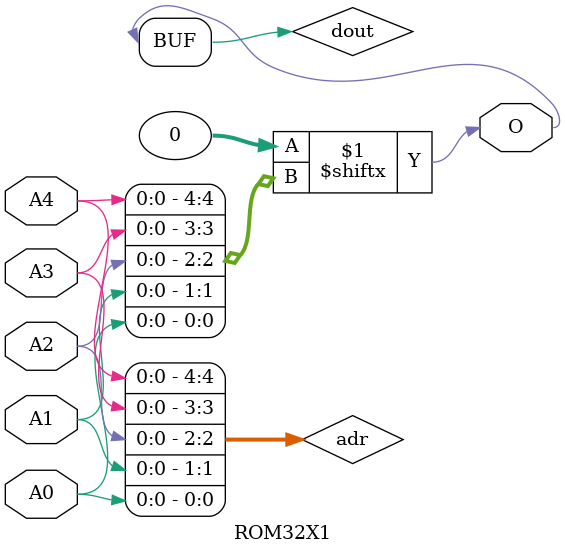
<source format=v>

/*

FUNCTION	: ROM 32x1

*/

`celldefine
`timescale  100 ps / 10 ps

module ROM32X1 (O, A0, A1, A2, A3, A4);

    parameter INIT = 32'h00000000;

    output O;

    input  A0, A1, A2, A3, A4;

    wire dout;
    wire [4:0] adr;

    reg mem [0:31];
    reg  [5:0] count;

    buf b0 (adr[4], A4);
    buf b1 (adr[3], A3);
    buf b2 (adr[2], A2);
    buf b3 (adr[1], A1);
    buf b4 (adr[0], A0);
    buf b5 (O, dout);

// synopsys translate_off
    initial begin
	for(count = 0; count < 32; count = count + 1)
	    mem[count] = INIT[count];
    end
// synopsys translate_on

    assign dout = INIT[adr];

endmodule

</source>
